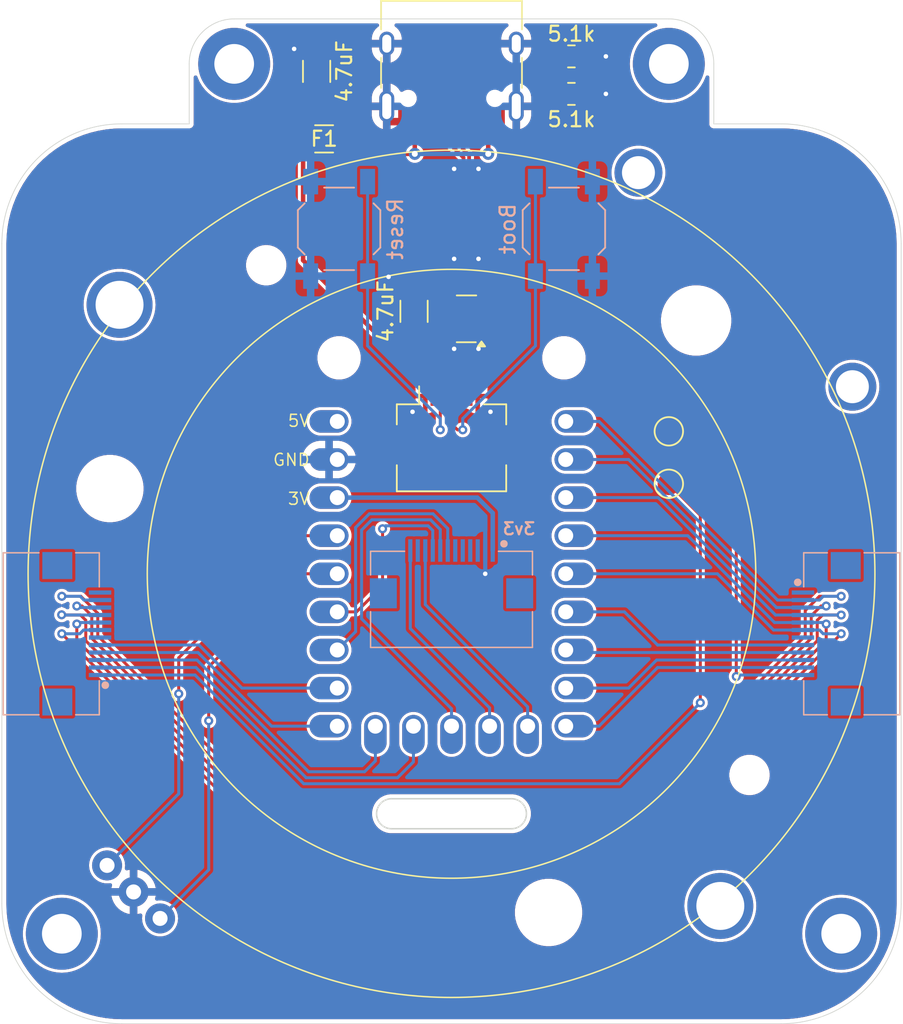
<source format=kicad_pcb>
(kicad_pcb (version 20240108) (generator "pcbnew") (generator_version "8.0")
  (layers (0 "F.Cu" signal) (31 "B.Cu" signal) (34 "B.Paste" user) (35 "F.Paste" user) (36 "B.SilkS" user "B.Silkscreen") (37 "F.SilkS" user "F.Silkscreen") (38 "B.Mask" user) (39 "F.Mask" user) (44 "Edge.Cuts" user))
  (net 0 "")
  (net 1 "+3V3")
  (net 2 "+5V")
  (net 3 "GND")
  (net 4 "VBUS")
  (net 5 "Net-(J1-CC2)")
  (net 7 "D-")
  (net 8 "Net-(J1-CC1)")
  (net 10 "D+")
  (net 11 "col1-mcu")
  (net 12 "col4-mcu")
  (net 13 "row0-mcu")
  (net 14 "col2-mcu")
  (net 15 "col0-mcu")
  (net 16 "row3-mcu")
  (net 17 "row1-mcu")
  (net 18 "row2-mcu")
  (net 19 "col3-mcu")
  (net 20 "row4-mcu")
  (net 21 "row5-mcu")
  (net 22 "row6-mcu")
  (net 23 "row7-mcu")
  (net 24 "BOOT")
  (net 25 "RUN")
  (net 26 "free-conn1")
  (net 28 "ENCB")
  (net 29 "ENCA")
  (net 31 "free-conn2")
  (net 32 "SPI_CLK")
  (net 37 "SPI_MOSI")
  (net 40 "SPI_CS")
  (net 43 "DISP_BLK")
  (net 44 "DISP_DC")
  (footprint "zzkeeb:RingEncoder_PER561P115N0015" (layer "F.Cu") (at 151.8 99.9 -45)
    (property "Reference" "SW1" (hide yes))
    (property "Value" "RotaryEncoder" (hide yes))
    (fp_circle (center 0 0) (end 20.299999 0) (stroke (width 0.1)) (fill none) (layer "F.SilkS"))
    (fp_circle (center 0 0) (end 28.250001 0) (stroke (width 0.1)) (fill none) (layer "F.SilkS"))
    (pad "" np_thru_hole circle (at -23.289742 -5.8064 315) (size 2.2 2.2) (drill 2.2) (layers "F&B.Cu" "*.Mask"))
    (pad "" np_thru_hole circle (at -20.134933 12.098289 315) (size 4 4) (drill 4) (layers "F&B.Cu" "*.Mask"))
    (pad "" np_thru_hole circle (at -0.399847 -23.484645 315) (size 4.2 4.2) (drill 4.2) (layers "F&B.Cu" "*.Mask"))
    (pad "" np_thru_hole circle (at 20.548742 11.390354 315) (size 4 4) (drill 4) (layers "F&B.Cu" "*.Mask"))
    (pad "" np_thru_hole circle (at 23.544338 -4.573199 315) (size 2.2 2.2) (drill 2.2) (layers "F&B.Cu" "*.Mask"))
    (pad "A" thru_hole circle (at -2.5 29.999999 315) (size 2 2) (drill 1) (layers "*.Cu" "*.Mask") (net 29 "ENCA"))
    (pad "B" thru_hole circle (at 2.5 29.999999 315) (size 2 2) (drill 1) (layers "*.Cu" "*.Mask") (net 28 "ENCB"))
    (pad "C" thru_hole circle (at 0 29.999999 315) (size 2 2) (drill 1) (layers "*.Cu" "*.Mask") (net 3 "GND"))
    (pad "MP" thru_hole circle (at -28.343874 2.979061 315) (size 4.4 4.4) (drill oval 3.2) (layers "*.Cu" "*.Mask"))
    (pad "MP" thru_hole circle (at -10.094278 -27.7333 315) (size 3.2 3.2) (drill 2.2) (layers "*.Cu" "*.Mask"))
    (pad "MP" thru_hole circle (at 10.091931 -27.732996 315) (size 3.2 3.2) (drill 2.2) (layers "*.Cu" "*.Mask"))
    (pad "MP" thru_hole circle (at 28.343874 2.979061 315) (size 4.4 4.4) (drill oval 3.2) (layers "*.Cu" "*.Mask"))
  )
  (footprint "Resistor_SMD:R_0805_2012Metric" (layer "F.Cu") (at 159.8 67.9 180)
    (property "Reference" "R1")
    (property "Value" "5.1k" (at 0 -1.7 0) (layer "F.SilkS"))
    (fp_line (start -0.227064 0.735) (end 0.227064 0.735) (stroke (width 0.12)) (layer "F.SilkS"))
    (fp_line (start -0.227064 -0.735) (end 0.227064 -0.735) (stroke (width 0.12)) (layer "F.SilkS"))
    (pad "1" smd roundrect (at -0.9125 0 180) (size 1.025 1.4) (layers "F.Cu" "F.Paste" "F.Mask") (roundrect_rratio 0.243902) (net 3 "GND"))
    (pad "2" smd roundrect (at 0.9125 0 180) (size 1.025 1.4) (layers "F.Cu" "F.Paste" "F.Mask") (roundrect_rratio 0.243902) (net 8 "Net-(J1-CC1)"))
  )
  (footprint "zzkeeb:Hole_M2" (layer "F.Cu") (at 144.3 85.5)
    (property "Reference" "H5" (hide yes))
    (property "Value" "MountingHole" (hide yes))
    (pad "" np_thru_hole circle (at 0 0) (size 2.4 2.4) (drill 2.4) (layers "F&B.Cu" "*.Mask"))
  )
  (footprint "Capacitor_SMD:C_1206_3216Metric" (layer "F.Cu") (at 149.3 82.4 90)
    (property "Reference" "C2" (hide yes))
    (property "Value" "4.7uF" (at 0 -1.9 90) (layer "F.SilkS"))
    (fp_line (start -0.711252 -0.91) (end 0.711252 -0.91) (stroke (width 0.12)) (layer "F.SilkS"))
    (fp_line (start -0.711252 0.91) (end 0.711252 0.91) (stroke (width 0.12)) (layer "F.SilkS"))
    (pad "1" smd roundrect (at -1.475 0 90) (size 1.15 1.8) (layers "F.Cu" "F.Paste" "F.Mask") (roundrect_rratio 0.217391) (net 2 "+5V"))
    (pad "2" smd roundrect (at 1.475 0 90) (size 1.15 1.8) (layers "F.Cu" "F.Paste" "F.Mask") (roundrect_rratio 0.217391) (net 3 "GND"))
  )
  (footprint "Package_TO_SOT_SMD:SOT-143" (layer "F.Cu") (at 152.8 82.9 180)
    (property "Reference" "U2")
    (property "Value" "PRTR5V0U2X")
    (fp_line (start 0.65 -1.56) (end -0.62 -1.56) (stroke (width 0.12)) (layer "F.SilkS"))
    (fp_line (start -0.65 1.56) (end 0.65 1.56) (stroke (width 0.12)) (layer "F.SilkS"))
    (fp_poly (pts (xy -1 -1.51) (xy -1.24 -1.84) (xy -0.76 -1.84) (xy -1 -1.51)) (stroke (width 0.12)) (fill solid) (layer "F.SilkS"))
    (pad "1" smd roundrect (at -1 -0.75 180) (size 0.7 1) (layers "F.Cu" "F.Paste" "F.Mask") (net 3 "GND"))
    (pad "2" smd roundrect (at -1 0.95 180) (size 0.7 0.6) (layers "F.Cu" "F.Paste" "F.Mask") (net 7 "D-"))
    (pad "3" smd roundrect (at 1 0.95 180) (size 0.7 0.6) (layers "F.Cu" "F.Paste" "F.Mask") (net 10 "D+"))
    (pad "4" smd roundrect (at 1 -0.95 180) (size 0.7 0.6) (layers "F.Cu" "F.Paste" "F.Mask") (net 2 "+5V"))
  )
  (footprint "zzkeeb:Hole_M2-solder-nut-2.5" (layer "F.Cu") (at 125.8 123.9)
    (property "Reference" "H3" (hide yes))
    (property "Value" "MountingHole" (hide yes))
    (pad "" thru_hole circle (at 0 0) (size 4.8 4.8) (drill 2.65) (layers "*.Cu" "F.Mask"))
  )
  (footprint "TestPoint:TestPoint_Pad_D1.5mm" (layer "F.Cu") (at 166.3 93.9)
    (property "Reference" "TP2" (hide yes))
    (property "Value" "TestPoint")
    (fp_circle (center 0 0) (end 0 0.95) (stroke (width 0.12)) (fill none) (layer "F.SilkS"))
    (pad "1" smd circle (at 0 0) (size 1.5 1.5) (layers "F.Cu" "F.Mask") (net 31 "free-conn2"))
  )
  (footprint "Connector_FFC-FPC:Hirose_FH12-8S-0.5SH_1x08-1MP_P0.50mm_Horizontal" (layer "F.Cu") (at 151.8 89.9)
    (property "Reference" "J5" (hide yes))
    (property "Value" "Conn_01x08_Pin")
    (fp_line (start -3.65 -1.3) (end -3.65 0.04) (stroke (width 0.12)) (layer "F.SilkS"))
    (fp_line (start -3.65 2.76) (end -3.65 4.5) (stroke (width 0.12)) (layer "F.SilkS"))
    (fp_line (start -3.65 4.5) (end 3.65 4.5) (stroke (width 0.12)) (layer "F.SilkS"))
    (fp_line (start -2.16 -1.3) (end -3.65 -1.3) (stroke (width 0.12)) (layer "F.SilkS"))
    (fp_line (start -2.16 -1.3) (end -2.16 -2.5) (stroke (width 0.12)) (layer "F.SilkS"))
    (fp_line (start 2.16 -1.3) (end 3.65 -1.3) (stroke (width 0.12)) (layer "F.SilkS"))
    (fp_line (start 3.65 -1.3) (end 3.65 0.04) (stroke (width 0.12)) (layer "F.SilkS"))
    (fp_line (start 3.65 4.5) (end 3.65 2.76) (stroke (width 0.12)) (layer "F.SilkS"))
    (pad "1" smd rect (at -1.75 -1.85) (size 0.3 1.3) (layers "F.Cu" "F.Paste" "F.Mask") (net 3 "GND"))
    (pad "2" smd rect (at -1.25 -1.85) (size 0.3 1.3) (layers "F.Cu" "F.Paste" "F.Mask") (net 2 "+5V"))
    (pad "3" smd rect (at -0.75 -1.85) (size 0.3 1.3) (layers "F.Cu" "F.Paste" "F.Mask") (net 25 "RUN"))
    (pad "4" smd rect (at -0.25 -1.85) (size 0.3 1.3) (layers "F.Cu" "F.Paste" "F.Mask") (net 24 "BOOT"))
    (pad "5" smd rect (at 0.25 -1.85) (size 0.3 1.3) (layers "F.Cu" "F.Paste" "F.Mask") (net 3 "GND"))
    (pad "6" smd rect (at 0.75 -1.85) (size 0.3 1.3) (layers "F.Cu" "F.Paste" "F.Mask") (net 10 "D+"))
    (pad "7" smd rect (at 1.25 -1.85) (size 0.3 1.3) (layers "F.Cu" "F.Paste" "F.Mask") (net 7 "D-"))
    (pad "8" smd rect (at 1.75 -1.85) (size 0.3 1.3) (layers "F.Cu" "F.Paste" "F.Mask") (net 3 "GND"))
    (pad "MP" smd rect (at -3.65 1.4) (size 1.8 2.2) (layers "F.Cu" "F.Paste" "F.Mask"))
    (pad "MP" smd rect (at 3.65 1.4) (size 1.8 2.2) (layers "F.Cu" "F.Paste" "F.Mask"))
  )
  (footprint "zzkeeb:Hole_M2" (layer "F.Cu") (at 159.3 85.5)
    (property "Reference" "H6" (hide yes))
    (property "Value" "MountingHole" (hide yes))
    (pad "" np_thru_hole circle (at 0 0) (size 2.4 2.4) (drill 2.4) (layers "F&B.Cu" "*.Mask"))
  )
  (footprint "Fuse:Fuse_1206_3216Metric" (layer "F.Cu") (at 143.3 70.9 180)
    (property "Reference" "F1" (at 0 0 180) (layer "F.SilkS"))
    (property "Value" "1A")
    (fp_line (start -0.602064 0.91) (end 0.602064 0.91) (stroke (width 0.12)) (layer "F.SilkS"))
    (fp_line (start -0.602064 -0.91) (end 0.602064 -0.91) (stroke (width 0.12)) (layer "F.SilkS"))
    (pad "1" smd roundrect (at -1.4 0 180) (size 1.25 1.75) (layers "F.Cu" "F.Paste" "F.Mask") (roundrect_rratio 0.2) (net 4 "VBUS"))
    (pad "2" smd roundrect (at 1.4 0 180) (size 1.25 1.75) (layers "F.Cu" "F.Paste" "F.Mask") (roundrect_rratio 0.2) (net 2 "+5V"))
  )
  (footprint "Resistor_SMD:R_0805_2012Metric" (layer "F.Cu") (at 159.8 65.4)
    (property "Reference" "R2")
    (property "Value" "5.1k" (at 0 -1.5 0) (layer "F.SilkS"))
    (fp_line (start -0.227064 -0.735) (end 0.227064 -0.735) (stroke (width 0.12)) (layer "F.SilkS"))
    (fp_line (start -0.227064 0.735) (end 0.227064 0.735) (stroke (width 0.12)) (layer "F.SilkS"))
    (pad "1" smd roundrect (at -0.9125 0) (size 1.025 1.4) (layers "F.Cu" "F.Paste" "F.Mask") (roundrect_rratio 0.243902) (net 5 "Net-(J1-CC2)"))
    (pad "2" smd roundrect (at 0.9125 0) (size 1.025 1.4) (layers "F.Cu" "F.Paste" "F.Mask") (roundrect_rratio 0.243902) (net 3 "GND"))
  )
  (footprint "zzkeeb:MCU_rp2040-tiny-tht" (layer "F.Cu") (at 151.8 99.9)
    (property "Reference" "U1" (hide yes))
    (property "Value" "MCU_rp2040-zero" (hide yes))
    (fp_text user "3V" (at -9.4 -5 0) (layer "F.SilkS") (effects (font (size 0.8 0.8) (thickness 0.1)) (justify right)))
    (fp_text user "GND" (at -9.4 -7.6 0) (layer "F.SilkS") (effects (font (size 0.8 0.8) (thickness 0.1)) (justify right)))
    (fp_text user "5V" (at -9.4 -10.2 0) (layer "F.SilkS") (effects (font (size 0.8 0.8) (thickness 0.1)) (justify right)))
    (pad "1" thru_hole oval (at 7.62 -10.16 180) (size 2.6 1.5) (drill 1 (offset -0.55 0)) (layers "*.Cu" "*.Mask") (net 12 "col4-mcu"))
    (pad "2" thru_hole oval (at 7.62 -7.62 180) (size 2.6 1.5) (drill 1 (offset -0.55 0)) (layers "*.Cu" "*.Mask") (net 19 "col3-mcu"))
    (pad "3" thru_hole oval (at 7.62 -5.08 180) (size 2.6 1.5) (drill 1 (offset -0.55 0)) (layers "*.Cu" "*.Mask") (net 14 "col2-mcu"))
    (pad "4" thru_hole oval (at 7.62 -2.54 180) (size 2.6 1.5) (drill 1 (offset -0.55 0)) (layers "*.Cu" "*.Mask") (net 11 "col1-mcu"))
    (pad "5" thru_hole oval (at 7.62 0 180) (size 2.6 1.5) (drill 1 (offset -0.55 0)) (layers "*.Cu" "*.Mask") (net 15 "col0-mcu"))
    (pad "6" thru_hole oval (at 7.62 2.54 180) (size 2.6 1.5) (drill 1 (offset -0.55 0)) (layers "*.Cu" "*.Mask") (net 20 "row4-mcu"))
    (pad "7" thru_hole oval (at 7.62 5.08 180) (size 2.6 1.5) (drill 1 (offset -0.55 0)) (layers "*.Cu" "*.Mask") (net 21 "row5-mcu"))
    (pad "8" thru_hole oval (at 7.62 7.62 180) (size 2.6 1.5) (drill 1 (offset -0.55 0)) (layers "*.Cu" "*.Mask") (net 22 "row6-mcu"))
    (pad "9" thru_hole oval (at 7.62 10.16 180) (size 2.6 1.5) (drill 1 (offset -0.55 0)) (layers "*.Cu" "*.Mask") (net 23 "row7-mcu"))
    (pad "10" thru_hole oval (at 5.08 10.16 90) (size 2.6 1.5) (drill 1 (offset -0.55 0)) (layers "*.Cu" "*.Mask") (net 40 "SPI_CS"))
    (pad "11" thru_hole oval (at 2.54 10.16 90) (size 2.6 1.5) (drill 1 (offset -0.55 0)) (layers "*.Cu" "*.Mask") (net 32 "SPI_CLK"))
    (pad "12" thru_hole oval (at 0 10.16 90) (size 2.6 1.5) (drill 1 (offset -0.55 0)) (layers "*.Cu" "*.Mask") (net 37 "SPI_MOSI"))
    (pad "13" thru_hole oval (at -2.54 10.16 90) (size 2.6 1.5) (drill 1 (offset -0.55 0)) (layers "*.Cu" "*.Mask") (net 13 "row0-mcu"))
    (pad "14" thru_hole oval (at -5.08 10.16 90) (size 2.6 1.5) (drill 1 (offset -0.55 0)) (layers "*.Cu" "*.Mask") (net 17 "row1-mcu"))
    (pad "15" thru_hole oval (at -7.62 10.16) (size 2.6 1.5) (drill 1 (offset -0.55 0)) (layers "*.Cu" "*.Mask") (net 18 "row2-mcu"))
    (pad "16" thru_hole oval (at -7.62 7.62) (size 2.6 1.5) (drill 1 (offset -0.55 0)) (layers "*.Cu" "*.Mask") (net 16 "row3-mcu"))
    (pad "17" thru_hole oval (at -7.62 5.08) (size 2.6 1.5) (drill 1 (offset -0.55 0)) (layers "*.Cu" "*.Mask") (net 44 "DISP_DC"))
    (pad "18" thru_hole oval (at -7.62 2.54) (size 2.6 1.5) (drill 1 (offset -0.55 0)) (layers "*.Cu" "*.Mask") (net 43 "DISP_BLK"))
    (pad "19" thru_hole oval (at -7.62 0) (size 2.6 1.5) (drill 1 (offset -0.55 0)) (layers "*.Cu" "*.Mask") (net 28 "ENCB"))
    (pad "20" thru_hole oval (at -7.62 -2.54) (size 2.6 1.5) (drill 1 (offset -0.55 0)) (layers "*.Cu" "*.Mask") (net 29 "ENCA"))
    (pad "21" thru_hole oval (at -7.62 -5.08) (size 2.6 1.5) (drill 1 (offset -0.55 0)) (layers "*.Cu" "*.Mask") (net 1 "+3V3"))
    (pad "22" thru_hole oval (at -7.62 -7.62) (size 2.6 1.5) (drill 1 (offset -0.55 0)) (layers "*.Cu" "*.Mask") (net 3 "GND"))
    (pad "23" thru_hole oval (at -7.62 -10.16) (size 2.6 1.5) (drill 1 (offset -0.55 0)) (layers "*.Cu" "*.Mask"))
  )
  (footprint "zzkeeb:Hole_M2-solder-nut-2.5" (layer "F.Cu") (at 137.3 65.9)
    (property "Reference" "H2" (hide yes))
    (property "Value" "MountingHole" (hide yes))
    (pad "" thru_hole circle (at 0 0) (size 4.8 4.8) (drill 2.65) (layers "*.Cu" "F.Mask"))
  )
  (footprint "zzkeeb:Hole_M2-solder-nut-2.5" (layer "F.Cu") (at 177.8 123.9)
    (property "Reference" "H4" (hide yes))
    (property "Value" "MountingHole" (hide yes))
    (pad "" thru_hole circle (at 0 0) (size 4.8 4.8) (drill 2.65) (layers "*.Cu" "F.Mask"))
  )
  (footprint "zzkeeb:Hole_M2-solder-nut-2.5" (layer "F.Cu") (at 166.3 65.9)
    (property "Reference" "H1" (hide yes))
    (property "Value" "MountingHole" (hide yes))
    (pad "" thru_hole circle (at 0 0) (size 4.8 4.8) (drill 2.65) (layers "*.Cu" "F.Mask"))
  )
  (footprint "Capacitor_SMD:C_1206_3216Metric" (layer "F.Cu") (at 142.8 66.4 90)
    (property "Reference" "C1" (hide yes))
    (property "Value" "4.7uF" (at 0 1.85 90) (layer "F.SilkS"))
    (fp_line (start -0.711252 -0.91) (end 0.711252 -0.91) (stroke (width 0.12)) (layer "F.SilkS"))
    (fp_line (start -0.711252 0.91) (end 0.711252 0.91) (stroke (width 0.12)) (layer "F.SilkS"))
    (pad "1" smd roundrect (at -1.475 0 90) (size 1.15 1.8) (layers "F.Cu" "F.Paste" "F.Mask") (roundrect_rratio 0.217391) (net 2 "+5V"))
    (pad "2" smd roundrect (at 1.475 0 90) (size 1.15 1.8) (layers "F.Cu" "F.Paste" "F.Mask") (roundrect_rratio 0.217391) (net 3 "GND"))
  )
  (footprint "TestPoint:TestPoint_Pad_D1.5mm" (layer "F.Cu") (at 166.3 90.4)
    (property "Reference" "TP1" (hide yes))
    (property "Value" "TestPoint")
    (fp_circle (center 0 0) (end 0 0.95) (stroke (width 0.12)) (fill none) (layer "F.SilkS"))
    (pad "1" smd circle (at 0 0) (size 1.5 1.5) (layers "F.Cu" "F.Mask") (net 26 "free-conn1"))
  )
  (footprint "zzkeeb:Connector_USB-C-31-M-12" (layer "F.Cu") (at 151.8 61.9 180)
    (property "Reference" "J1" (hide yes))
    (property "Value" "USB_C_Receptacle_USB2.0" (hide yes))
    (fp_line (start 4.7 -1.7) (end 4.7 0.2) (stroke (width 0.12)) (layer "F.SilkS"))
    (fp_line (start 4.7 -5.6) (end 4.7 -3.6) (stroke (width 0.12)) (layer "F.SilkS"))
    (fp_line (start -4.7 0.2) (end 4.7 0.2) (stroke (width 0.12)) (layer "F.SilkS"))
    (fp_line (start -4.7 -1.7) (end -4.7 0.2) (stroke (width 0.12)) (layer "F.SilkS"))
    (fp_line (start -4.7 -5.6) (end -4.7 -3.6) (stroke (width 0.12)) (layer "F.SilkS"))
    (pad "" np_thru_hole circle (at -2.89 -6.3 180) (size 0.65 0.65) (drill 0.65) (layers "*.Cu" "*.Mask"))
    (pad "" np_thru_hole circle (at 2.89 -6.3 180) (size 0.65 0.65) (drill 0.65) (layers "*.Cu" "*.Mask"))
    (pad "A1" smd rect (at -3.25 -7.85 180) (size 0.6 1.6) (layers "F.Cu" "F.Paste" "F.Mask") (net 3 "GND"))
    (pad "A4" smd rect (at -2.45 -7.85 180) (size 0.6 1.6) (layers "F.Cu" "F.Paste" "F.Mask") (net 4 "VBUS"))
    (pad "A5" smd rect (at -1.25 -7.85 180) (size 0.3 1.6) (layers "F.Cu" "F.Paste" "F.Mask") (net 8 "Net-(J1-CC1)"))
    (pad "A6" smd rect (at -0.25 -7.85 180) (size 0.3 1.6) (layers "F.Cu" "F.Paste" "F.Mask") (net 10 "D+"))
    (pad "A7" smd rect (at 0.25 -7.85 180) (size 0.3 1.6) (layers "F.Cu" "F.Paste" "F.Mask") (net 7 "D-"))
    (pad "A8" smd rect (at 1.25 -7.85 180) (size 0.3 1.6) (layers "F.Cu" "F.Paste" "F.Mask"))
    (pad "A9" smd rect (at 2.45 -7.85 180) (size 0.6 1.6) (layers "F.Cu" "F.Paste" "F.Mask") (net 4 "VBUS"))
    (pad "A12" smd rect (at 3.25 -7.85 180) (size 0.6 1.6) (layers "F.Cu" "F.Paste" "F.Mask") (net 3 "GND"))
    (pad "B1" smd rect (at 3.25 -7.85 180) (size 0.6 1.6) (layers "F.Cu" "F.Paste" "F.Mask") (net 3 "GND"))
    (pad "B4" smd rect (at 2.45 -7.85 180) (size 0.6 1.6) (layers "F.Cu" "F.Paste" "F.Mask") (net 4 "VBUS"))
    (pad "B5" smd rect (at 1.75 -7.85 180) (size 0.3 1.6) (layers "F.Cu" "F.Paste" "F.Mask") (net 5 "Net-(J1-CC2)"))
    (pad "B6" smd rect (at 0.75 -7.85 180) (size 0.3 1.6) (layers "F.Cu" "F.Paste" "F.Mask") (net 10 "D+"))
    (pad "B7" smd rect (at -0.75 -7.85 180) (size 0.3 1.6) (layers "F.Cu" "F.Paste" "F.Mask") (net 7 "D-"))
    (pad "B8" smd rect (at -1.75 -7.85 180) (size 0.3 1.6) (layers "F.Cu" "F.Paste" "F.Mask"))
    (pad "B9" smd rect (at -2.45 -7.85 180) (size 0.6 1.6) (layers "F.Cu" "F.Paste" "F.Mask") (net 4 "VBUS"))
    (pad "B12" smd rect (at -3.25 -7.85 180) (size 0.6 1.6) (layers "F.Cu" "F.Paste" "F.Mask") (net 3 "GND"))
    (pad "S1" thru_hole oval (at -4.32 -6.83 180) (size 1 2.1) (drill oval 0.6 1.7) (layers "*.Cu" "*.Mask") (net 3 "GND"))
    (pad "S1" thru_hole oval (at -4.32 -2.65 180) (size 1 1.6) (drill oval 0.6 1.2) (layers "*.Cu" "*.Mask") (net 3 "GND"))
    (pad "S1" thru_hole oval (at 4.32 -6.83 180) (size 1 2.1) (drill oval 0.6 1.7) (layers "*.Cu" "*.Mask") (net 3 "GND"))
    (pad "S1" thru_hole oval (at 4.32 -2.65 180) (size 1 1.6) (drill oval 0.6 1.2) (layers "*.Cu" "*.Mask") (net 3 "GND"))
  )
  (footprint "zzkeeb:Connector_VIK-horizontal-keyboard" (layer "B.Cu") (at 151.8 99.9 180)
    (property "Reference" "J4")
    (property "Value" "Conn_01x12_Socket" (hide yes))
    (fp_line (start 5.4 1.5) (end 5.4 -0.075) (stroke (width 0.1)) (layer "B.SilkS"))
    (fp_line (start 5.4 -2.526) (end 5.4 -4.909) (stroke (width 0.1)) (layer "B.SilkS"))
    (fp_line (start 3.131 1.5) (end 5.4 1.5) (stroke (width 0.1)) (layer "B.SilkS"))
    (fp_line (start -3.131 1.5) (end -5.4 1.5) (stroke (width 0.1)) (layer "B.SilkS"))
    (fp_line (start -5.4 1.5) (end -5.4 -0.075) (stroke (width 0.1)) (layer "B.SilkS"))
    (fp_line (start -5.4 -2.526) (end -5.4 -4.909) (stroke (width 0.1)) (layer "B.SilkS"))
    (fp_line (start -5.4 -4.909) (end 5.4 -4.909) (stroke (width 0.1)) (layer "B.SilkS"))
    (fp_circle (center -3.5 2) (end -3.375 2) (stroke (width 0.25)) (fill none) (layer "B.SilkS"))
    (fp_text user "3v3" (at -4.5 3 0) (layer "B.SilkS") (effects (font (size 0.8 0.8)) (justify mirror)))
    (pad "1" smd rect (at -2.75 1.55 180) (size 0.28 1.5) (layers "B.Cu" "B.Paste" "B.Mask") (net 1 "+3V3"))
    (pad "2" smd rect (at -2.25 1.55 180) (size 0.28 1.5) (layers "B.Cu" "B.Paste" "B.Mask") (net 3 "GND"))
    (pad "3" smd rect (at -1.75 1.55 180) (size 0.28 1.5) (layers "B.Cu" "B.Paste" "B.Mask"))
    (pad "4" smd rect (at -1.25 1.55 180) (size 0.28 1.5) (layers "B.Cu" "B.Paste" "B.Mask"))
    (pad "5" smd rect (at -0.75 1.55 180) (size 0.28 1.5) (layers "B.Cu" "B.Paste" "B.Mask"))
    (pad "6" smd rect (at -0.25 1.55 180) (size 0.28 1.5) (layers "B.Cu" "B.Paste" "B.Mask"))
    (pad "7" smd rect (at 0.25 1.55 180) (size 0.28 1.5) (layers "B.Cu" "B.Paste" "B.Mask") (net 44 "DISP_DC"))
    (pad "8" smd rect (at 0.75 1.55 180) (size 0.28 1.5) (layers "B.Cu" "B.Paste" "B.Mask") (net 37 "SPI_MOSI"))
    (pad "9" smd rect (at 1.25 1.55 180) (size 0.28 1.5) (layers "B.Cu" "B.Paste" "B.Mask") (net 43 "DISP_BLK"))
    (pad "10" smd rect (at 1.75 1.55 180) (size 0.28 1.5) (layers "B.Cu" "B.Paste" "B.Mask") (net 40 "SPI_CS"))
    (pad "11" smd rect (at 2.25 1.55 180) (size 0.28 1.5) (layers "B.Cu" "B.Paste" "B.Mask"))
    (pad "12" smd rect (at 2.75 1.55 180) (size 0.28 1.5) (layers "B.Cu" "B.Paste" "B.Mask") (net 32 "SPI_CLK"))
    (pad "MP" smd rect (at -4.55 -1.3 180) (size 1.8 2) (layers "B.Cu" "B.Paste" "B.Mask"))
    (pad "MP" smd rect (at 4.55 -1.3 180) (size 1.8 2) (layers "B.Cu" "B.Paste" "B.Mask"))
  )
  (footprint "Button_Switch_SMD:SW_SPST_TL3342" (layer "B.Cu") (at 144.3 76.9 -90)
    (property "Reference" "RUN1" (hide yes))
    (property "Value" "Reset" (at 0 -3.75 90) (layer "B.SilkS") (effects (justify mirror)))
    (fp_line (start -1.25 2.75) (end -1.7 2.3) (stroke (width 0.12)) (layer "B.SilkS"))
    (fp_line (start 1.25 2.75) (end -1.25 2.75) (stroke (width 0.12)) (layer "B.SilkS"))
    (fp_line (start 1.25 2.75) (end 1.7 2.3) (stroke (width 0.12)) (layer "B.SilkS"))
    (fp_line (start -2.75 -1) (end -2.75 1) (stroke (width 0.12)) (layer "B.SilkS"))
    (fp_line (start 2.75 -1) (end 2.75 1) (stroke (width 0.12)) (layer "B.SilkS"))
    (fp_line (start -1.25 -2.75) (end -1.7 -2.3) (stroke (width 0.12)) (layer "B.SilkS"))
    (fp_line (start 1.25 -2.75) (end 1.7 -2.3) (stroke (width 0.12)) (layer "B.SilkS"))
    (fp_line (start 1.25 -2.75) (end -1.25 -2.75) (stroke (width 0.12)) (layer "B.SilkS"))
    (pad "1" smd rect (at -3.15 1.9 270) (size 1.7 1) (layers "B.Cu" "B.Paste" "B.Mask") (net 3 "GND"))
    (pad "1" smd rect (at 3.15 1.9 270) (size 1.7 1) (layers "B.Cu" "B.Paste" "B.Mask") (net 3 "GND"))
    (pad "2" smd rect (at -3.15 -1.9 270) (size 1.7 1) (layers "B.Cu" "B.Paste" "B.Mask") (net 25 "RUN"))
    (pad "2" smd rect (at 3.15 -1.9 270) (size 1.7 1) (layers "B.Cu" "B.Paste" "B.Mask") (net 25 "RUN"))
  )
  (footprint "Button_Switch_SMD:SW_SPST_TL3342" (layer "B.Cu") (at 159.3 76.9 90)
    (property "Reference" "BOOT1" (hide yes))
    (property "Value" "Boot" (at 0 -3.75 -90) (layer "B.SilkS") (effects (justify mirror)))
    (fp_line (start 1.25 -2.75) (end -1.25 -2.75) (stroke (width 0.12)) (layer "B.SilkS"))
    (fp_line (start 1.25 -2.75) (end 1.7 -2.3) (stroke (width 0.12)) (layer "B.SilkS"))
    (fp_line (start -1.25 -2.75) (end -1.7 -2.3) (stroke (width 0.12)) (layer "B.SilkS"))
    (fp_line (start 2.75 -1) (end 2.75 1) (stroke (width 0.12)) (layer "B.SilkS"))
    (fp_line (start -2.75 -1) (end -2.75 1) (stroke (width 0.12)) (layer "B.SilkS"))
    (fp_line (start 1.25 2.75) (end 1.7 2.3) (stroke (width 0.12)) (layer "B.SilkS"))
    (fp_line (start 1.25 2.75) (end -1.25 2.75) (stroke (width 0.12)) (layer "B.SilkS"))
    (fp_line (start -1.25 2.75) (end -1.7 2.3) (stroke (width 0.12)) (layer "B.SilkS"))
    (pad "1" smd rect (at -3.15 1.9 90) (size 1.7 1) (layers "B.Cu" "B.Paste" "B.Mask") (net 3 "GND"))
    (pad "1" smd rect (at 3.15 1.9 90) (size 1.7 1) (layers "B.Cu" "B.Paste" "B.Mask") (net 3 "GND"))
    (pad "2" smd rect (at -3.15 -1.9 90) (size 1.7 1) (layers "B.Cu" "B.Paste" "B.Mask") (net 24 "BOOT"))
    (pad "2" smd rect (at 3.15 -1.9 90) (size 1.7 1) (layers "B.Cu" "B.Paste" "B.Mask") (net 24 "BOOT"))
  )
  (footprint "zzkeeb:Connector_FFC-12pin-0.5mm-horizontal" (layer "B.Cu") (at 126.8 103.9 90)
    (property "Reference" "J3")
    (property "Value" "Conn_01x12_Socket" (hide yes))
    (fp_line (start -5.4 -4.909) (end 5.4 -4.909) (stroke (width 0.1)) (layer "B.SilkS"))
    (fp_line (start 5.4 -2.526) (end 5.4 -4.909) (stroke (width 0.1)) (layer "B.SilkS"))
    (fp_line (start -5.4 -2.526) (end -5.4 -4.909) (stroke (width 0.1)) (layer "B.SilkS"))
    (fp_line (start 5.4 1.5) (end 5.4 -0.075) (stroke (width 0.1)) (layer "B.SilkS"))
    (fp_line (start 3.131 1.5) (end 5.4 1.5) (stroke (width 0.1)) (layer "B.SilkS"))
    (fp_line (start -3.131 1.5) (end -5.4 1.5) (stroke (width 0.1)) (layer "B.SilkS"))
    (fp_line (start -5.4 1.5) (end -5.4 -0.075) (stroke (width 0.1)) (layer "B.SilkS"))
    (fp_circle (center -3.429 1.9) (end -3.302 1.9) (stroke (width 0.254)) (fill none) (layer "B.SilkS"))
    (pad "1" smd rect (at -2.75 1.55 90) (size 0.28 1.5) (layers "B.Cu" "B.Paste" "B.Mask") (net 31 "free-conn2"))
    (pad "2" smd rect (at -2.25 1.55 90) (size 0.28 1.5) (layers "B.Cu" "B.Paste" "B.Mask") (net 13 "row0-mcu"))
    (pad "3" smd rect (at -1.75 1.55 90) (size 0.28 1.5) (layers "B.Cu" "B.Paste" "B.Mask") (net 17 "row1-mcu"))
    (pad "4" smd rect (at -1.25 1.55 90) (size 0.28 1.5) (layers "B.Cu" "B.Paste" "B.Mask") (net 18 "row2-mcu"))
    (pad "5" smd rect (at -0.75 1.55 90) (size 0.28 1.5) (layers "B.Cu" "B.Paste" "B.Mask") (net 16 "row3-mcu"))
    (pad "6" smd rect (at -0.25 1.55 90) (size 0.28 1.5) (layers "B.Cu" "B.Paste" "B.Mask"))
    (pad "7" smd rect (at 0.25 1.55 90) (size 0.28 1.5) (layers "B.Cu" "B.Paste" "B.Mask") (net 15 "col0-mcu"))
    (pad "8" smd rect (at 0.75 1.55 90) (size 0.28 1.5) (layers "B.Cu" "B.Paste" "B.Mask") (net 11 "col1-mcu"))
    (pad "9" smd rect (at 1.25 1.55 90) (size 0.28 1.5) (layers "B.Cu" "B.Paste" "B.Mask") (net 14 "col2-mcu"))
    (pad "10" smd rect (at 1.75 1.55 90) (size 0.28 1.5) (layers "B.Cu" "B.Paste" "B.Mask") (net 19 "col3-mcu"))
    (pad "11" smd rect (at 2.25 1.55 90) (size 0.28 1.5) (layers "B.Cu" "B.Paste" "B.Mask") (net 12 "col4-mcu"))
    (pad "12" smd rect (at 2.75 1.55 90) (size 0.28 1.5) (layers "B.Cu" "B.Paste" "B.Mask"))
    (pad "MP" smd rect (at -4.55 -1.3 90) (size 1.8 2) (layers "B.Cu" "B.Paste" "B.Mask"))
    (pad "MP" smd rect (at 4.55 -1.3 90) (size 1.8 2) (layers "B.Cu" "B.Paste" "B.Mask"))
  )
  (footprint "zzkeeb:Connector_FFC-12pin-0.5mm-horizontal" (layer "B.Cu") (at 176.8 103.9 -90)
    (property "Reference" "J2")
    (property "Value" "Conn_01x12_Socket" (hide yes))
    (fp_line (start -5.4 1.5) (end -5.4 -0.075) (stroke (width 0.1)) (layer "B.SilkS"))
    (fp_line (start -3.131 1.5) (end -5.4 1.5) (stroke (width 0.1)) (layer "B.SilkS"))
    (fp_line (start 3.131 1.5) (end 5.4 1.5) (stroke (width 0.1)) (layer "B.SilkS"))
    (fp_line (start 5.4 1.5) (end 5.4 -0.075) (stroke (width 0.1)) (layer "B.SilkS"))
    (fp_line (start -5.4 -2.526) (end -5.4 -4.909) (stroke (width 0.1)) (layer "B.SilkS"))
    (fp_line (start 5.4 -2.526) (end 5.4 -4.909) (stroke (width 0.1)) (layer "B.SilkS"))
    (fp_line (start -5.4 -4.909) (end 5.4 -4.909) (stroke (width 0.1)) (layer "B.SilkS"))
    (fp_circle (center -3.429 1.9) (end -3.302 1.9) (stroke (width 0.254)) (fill none) (layer "B.SilkS"))
    (pad "1" smd rect (at -2.75 1.55 270) (size 0.28 1.5) (layers "B.Cu" "B.Paste" "B.Mask"))
    (pad "2" smd rect (at -2.25 1.55 270) (size 0.28 1.5) (layers "B.Cu" "B.Paste" "B.Mask") (net 12 "col4-mcu"))
    (pad "3" smd rect (at -1.75 1.55 270) (size 0.28 1.5) (layers "B.Cu" "B.Paste" "B.Mask") (net 19 "col3-mcu"))
    (pad "4" smd rect (at -1.25 1.55 270) (size 0.28 1.5) (layers "B.Cu" "B.Paste" "B.Mask") (net 14 "col2-mcu"))
    (pad "5" smd rect (at -0.75 1.55 270) (size 0.28 1.5) (layers "B.Cu" "B.Paste" "B.Mask") (net 11 "col1-mcu"))
    (pad "6" smd rect (at -0.25 1.55 270) (size 0.28 1.5) (layers "B.Cu" "B.Paste" "B.Mask") (net 15 "col0-mcu"))
    (pad "7" smd rect (at 0.25 1.55 270) (size 0.28 1.5) (layers "B.Cu" "B.Paste" "B.Mask"))
    (pad "8" smd rect (at 0.75 1.55 270) (size 0.28 1.5) (layers "B.Cu" "B.Paste" "B.Mask") (net 20 "row4-mcu"))
    (pad "9" smd rect (at 1.25 1.55 270) (size 0.28 1.5) (layers "B.Cu" "B.Paste" "B.Mask") (net 21 "row5-mcu"))
    (pad "10" smd rect (at 1.75 1.55 270) (size 0.28 1.5) (layers "B.Cu" "B.Paste" "B.Mask") (net 22 "row6-mcu"))
    (pad "11" smd rect (at 2.25 1.55 270) (size 0.28 1.5) (layers "B.Cu" "B.Paste" "B.Mask") (net 23 "row7-mcu"))
    (pad "12" smd rect (at 2.75 1.55 270) (size 0.28 1.5) (layers "B.Cu" "B.Paste" "B.Mask") (net 26 "free-conn1"))
    (pad "MP" smd rect (at -4.55 -1.3 270) (size 1.8 2) (layers "B.Cu" "B.Paste" "B.Mask"))
    (pad "MP" smd rect (at 4.55 -1.3 270) (size 1.8 2) (layers "B.Cu" "B.Paste" "B.Mask"))
  )
  (gr_arc (start 166.3 62.9) (mid 168.42132 63.77868) (end 169.3 65.9) (stroke (width 0.05)) (layer "Edge.Cuts"))
  (gr_line (start 129.8 129.9) (end 173.8 129.9) (stroke (width 0.05)) (layer "Edge.Cuts"))
  (gr_arc (start 181.8 121.9) (mid 179.456854 127.556854) (end 173.8 129.9) (stroke (width 0.05)) (layer "Edge.Cuts"))
  (gr_line (start 134.3 69.9) (end 129.8 69.9) (stroke (width 0.05)) (layer "Edge.Cuts"))
  (gr_line (start 121.8 77.9) (end 121.8 121.9) (stroke (width 0.05)) (layer "Edge.Cuts"))
  (gr_arc (start 121.8 77.9) (mid 124.143146 72.243146) (end 129.8 69.9) (stroke (width 0.05)) (layer "Edge.Cuts"))
  (gr_arc (start 129.8 129.9) (mid 124.143146 127.556854) (end 121.8 121.9) (stroke (width 0.05)) (layer "Edge.Cuts"))
  (gr_arc (start 147.8 116.9) (mid 146.8 115.9) (end 147.8 114.9) (stroke (width 0.1)) (layer "Edge.Cuts"))
  (gr_line (start 134.3 65.9) (end 134.3 69.9) (stroke (width 0.05)) (layer "Edge.Cuts"))
  (gr_arc (start 173.8 69.9) (mid 179.456854 72.243146) (end 181.8 77.9) (stroke (width 0.05)) (layer "Edge.Cuts"))
  (gr_arc (start 134.3 65.9) (mid 135.17868 63.77868) (end 137.3 62.9) (stroke (width 0.05)) (layer "Edge.Cuts"))
  (gr_line (start 169.3 69.9) (end 173.8 69.9) (stroke (width 0.05)) (layer "Edge.Cuts"))
  (gr_line (start 155.8 114.9) (end 147.8 114.9) (stroke (width 0.1)) (layer "Edge.Cuts"))
  (gr_line (start 169.3 65.9) (end 169.3 69.9) (stroke (width 0.05)) (layer "Edge.Cuts"))
  (gr_line (start 181.8 121.9) (end 181.8 77.9) (stroke (width 0.05)) (layer "Edge.Cuts"))
  (gr_line (start 147.8 116.9) (end 155.8 116.9) (stroke (width 0.1)) (layer "Edge.Cuts"))
  (gr_line (start 166.3 62.9) (end 137.3 62.9) (stroke (width 0.05)) (layer "Edge.Cuts"))
  (gr_arc (start 155.8 114.9) (mid 156.8 115.9) (end 155.8 116.9) (stroke (width 0.1)) (layer "Edge.Cuts"))
  (segment (start 153.52 94.82) (end 144.18 94.82) (width 0.3) (layer "B.Cu") (net 1))
  (segment (start 154.55 95.85) (end 153.52 94.82) (width 0.3) (layer "B.Cu") (net 1))
  (segment (start 154.55 98.35) (end 154.55 95.85) (width 0.3) (layer "B.Cu") (net 1))
  (segment (start 141.9 70.9) (end 141.9 79) (width 0.3) (layer "F.Cu") (net 2))
  (segment (start 142.8 67.875) (end 142.8 68.9) (width 0.3) (layer "F.Cu") (net 2))
  (segment (start 149.3 84.8) (end 149.3 83.875) (width 0.3) (layer "F.Cu") (net 2))
  (segment (start 142.8 68.9) (end 141.9 69.8) (width 0.3) (layer "F.Cu") (net 2))
  (segment (start 149.325 83.85) (end 151.8 83.85) (width 0.3) (layer "F.Cu") (net 2))
  (segment (start 146.775 83.875) (end 149.3 83.875) (width 0.3) (layer "F.Cu") (net 2))
  (segment (start 141.9 69.8) (end 141.9 70.9) (width 0.3) (layer "F.Cu") (net 2))
  (segment (start 150.55 88.05) (end 150.55 86.05) (width 0.3) (layer "F.Cu") (net 2))
  (segment (start 150.55 86.05) (end 149.3 84.8) (width 0.3) (layer "F.Cu") (net 2))
  (segment (start 141.9 79) (end 146.775 83.875) (width 0.3) (layer "F.Cu") (net 2))
  (segment (start 149.3 83.875) (end 149.325 83.85) (width 0.3) (layer "F.Cu") (net 2))
  (via (at 162.1 67.9) (size 0.6) (drill 0.3) (layers "F.Cu" "B.Cu") (net 3))
  (via (at 151.975 78.9) (size 0.6) (drill 0.3) (layers "F.Cu" "B.Cu") (net 3))
  (via (at 147.6 80.1) (size 0.6) (drill 0.3) (layers "F.Cu" "B.Cu") (net 3))
  (via (at 149.2 89.1) (size 0.6) (drill 0.3) (layers "F.Cu" "B.Cu") (net 3))
  (via (at 153.6 78.9) (size 0.6) (drill 0.3) (layers "F.Cu" "B.Cu") (net 3))
  (via (at 141.3 64.9) (size 0.6) (drill 0.3) (layers "F.Cu" "B.Cu") (net 3))
  (via (at 154.4 89.1) (size 0.6) (drill 0.3) (layers "F.Cu" "B.Cu") (net 3))
  (via (at 151.975 72.9) (size 0.6) (drill 0.3) (layers "F.Cu" "B.Cu") (net 3))
  (via (at 153.6 72.9) (size 0.6) (drill 0.3) (layers "F.Cu" "B.Cu") (net 3))
  (via (at 153.6 84.9) (size 0.6) (drill 0.3) (layers "F.Cu" "B.Cu") (net 3))
  (via (at 162.1 65.4) (size 0.6) (drill 0.3) (layers "F.Cu" "B.Cu") (net 3))
  (via (at 154.05 99.9) (size 0.6) (drill 0.3) (layers "F.Cu" "B.Cu") (net 3))
  (via (at 151.975 84.9) (size 0.6) (drill 0.3) (layers "F.Cu" "B.Cu") (net 3))
  (segment (start 149.35 71.9) (end 147.7 71.9) (width 0.3) (layer "F.Cu") (net 4))
  (segment (start 149.35 71.9) (end 149.35 69.75) (width 0.3) (layer "F.Cu") (net 4))
  (segment (start 154.25 71.85) (end 154.25 69.75) (width 0.3) (layer "F.Cu") (net 4))
  (segment (start 147.7 71.9) (end 146.7 70.9) (width 0.3) (layer "F.Cu") (net 4))
  (segment (start 146.7 70.9) (end 144.7 70.9) (width 0.3) (layer "F.Cu") (net 4))
  (via (at 154.25 71.9) (size 0.8) (drill 0.4) (layers "F.Cu" "B.Cu") (net 4))
  (via (at 149.35 71.9) (size 0.8) (drill 0.4) (layers "F.Cu" "B.Cu") (net 4))
  (segment (start 154.25 71.85) (end 154.2 71.9) (width 0.3) (layer "B.Cu") (net 4))
  (segment (start 154.2 71.9) (end 149.35 71.9) (width 0.3) (layer "B.Cu") (net 4))
  (segment (start 157.8 65.4) (end 156.9 66.3) (width 0.2) (layer "F.Cu") (net 5))
  (segment (start 156.9 66.3) (end 151.2 66.3) (width 0.2) (layer "F.Cu") (net 5))
  (segment (start 151.2 66.3) (end 150.05 67.45) (width 0.2) (layer "F.Cu") (net 5))
  (segment (start 150.05 67.45) (end 150.05 69.75) (width 0.2) (layer "F.Cu") (net 5))
  (segment (start 158.8875 65.4) (end 157.8 65.4) (width 0.2) (layer "F.Cu") (net 5))
  (segment (start 152.55 68.85) (end 152.55 69.75) (width 0.25) (layer "F.Cu") (net 7))
  (segment (start 151.55 68.8) (end 151.75 68.6) (width 0.25) (layer "F.Cu") (net 7))
  (segment (start 151.75 68.6) (end 152.3 68.6) (width 0.25) (layer "F.Cu") (net 7))
  (segment (start 151.55 69.75) (end 151.55 68.8) (width 0.25) (layer "F.Cu") (net 7))
  (segment (start 153.05 87.35) (end 152.975 87.275) (width 0.25) (layer "F.Cu") (net 7))
  (segment (start 153.025 81.95) (end 153.8 81.95) (width 0.25) (layer "F.Cu") (net 7))
  (segment (start 153.05 88.05) (end 153.05 87.35) (width 0.25) (layer "F.Cu") (net 7))
  (segment (start 152.975 87.275) (end 152.975 71.99467) (width 0.25) (layer "F.Cu") (net 7))
  (segment (start 152.55 71.56967) (end 152.55 69.75) (width 0.25) (layer "F.Cu") (net 7))
  (segment (start 152.975 71.99467) (end 152.55 71.56967) (width 0.25) (layer "F.Cu") (net 7))
  (segment (start 152.3 68.6) (end 152.55 68.85) (width 0.25) (layer "F.Cu") (net 7))
  (segment (start 156.8 66.9) (end 157.8 67.9) (width 0.2) (layer "F.Cu") (net 8))
  (segment (start 153.6 66.9) (end 156.8 66.9) (width 0.2) (layer "F.Cu") (net 8))
  (segment (start 157.8 67.9) (end 158.8875 67.9) (width 0.2) (layer "F.Cu") (net 8))
  (segment (start 153.05 69.75) (end 153.05 67.45) (width 0.2) (layer "F.Cu") (net 8))
  (segment (start 153.05 67.45) (end 153.6 66.9) (width 0.2) (layer "F.Cu") (net 8))
  (segment (start 152.05 70.6) (end 151.6 71.05) (width 0.25) (layer "F.Cu") (net 10))
  (segment (start 151.05 69.75) (end 151.05 70.6) (width 0.25) (layer "F.Cu") (net 10))
  (segment (start 152.6 87.3) (end 152.55 87.35) (width 0.25) (layer "F.Cu") (net 10))
  (segment (start 151.6 71.15) (end 152.6 72.15) (width 0.25) (layer "F.Cu") (net 10))
  (segment (start 151.8 81.95) (end 152.55 81.95) (width 0.25) (layer "F.Cu") (net 10))
  (segment (start 151.05 70.6) (end 151.6 71.15) (width 0.25) (layer "F.Cu") (net 10))
  (segment (start 152.05 69.75) (end 152.05 70.6) (width 0.25) (layer "F.Cu") (net 10))
  (segment (start 151.6 71.05) (end 151.6 71.15) (width 0.25) (layer "F.Cu") (net 10))
  (segment (start 152.6 72.15) (end 152.6 87.3) (width 0.25) (layer "F.Cu") (net 10))
  (segment (start 152.55 87.35) (end 152.55 88.05) (width 0.25) (layer "F.Cu") (net 10))
  (segment (start 162.034314 119.1) (end 141.565686 119.1) (width 0.2) (layer "F.Cu") (net 11))
  (segment (start 176.8 104.334314) (end 162.034314 119.1) (width 0.2) (layer "F.Cu") (net 11))
  (segment (start 141.565686 119.1) (end 126.8 104.334314) (width 0.2) (layer "F.Cu") (net 11))
  (segment (start 126.8 104.334314) (end 126.8 103.25) (width 0.2) (layer "F.Cu") (net 11))
  (segment (start 176.8 103.25) (end 176.8 104.334314) (width 0.2) (layer "F.Cu") (net 11))
  (via (at 176.8 103.25) (size 0.6) (drill 0.3) (layers "F.Cu" "B.Cu") (net 11))
  (via (at 126.8 103.25) (size 0.6) (drill 0.3) (layers "F.Cu" "B.Cu") (net 11))
  (segment (start 126.9 103.15) (end 128.35 103.15) (width 0.2) (layer "B.Cu") (net 11))
  (segment (start 176.8 103.25) (end 176.7 103.15) (width 0.2) (layer "B.Cu") (net 11))
  (segment (start 167.562942 97.36) (end 159.42 97.36) (width 0.2) (layer "B.Cu") (net 11))
  (segment (start 173.352942 103.15) (end 167.562942 97.36) (width 0.2) (layer "B.Cu") (net 11))
  (segment (start 126.8 103.25) (end 126.9 103.15) (width 0.2) (layer "B.Cu") (net 11))
  (segment (start 176.7 103.15) (end 175.25 103.15) (width 0.2) (layer "B.Cu") (net 11))
  (segment (start 175.25 103.15) (end 173.352942 103.15) (width 0.2) (layer "B.Cu") (net 11))
  (segment (start 128.2 102.534314) (end 128.2 104.037256) (width 0.2) (layer "F.Cu") (net 12))
  (segment (start 127.065686 101.4) (end 128.2 102.534314) (width 0.2) (layer "F.Cu") (net 12))
  (segment (start 142.062744 117.9) (end 161.537256 117.9) (width 0.2) (layer "F.Cu") (net 12))
  (segment (start 175.4 104.037256) (end 175.4 102.350736) (width 0.2) (layer "F.Cu") (net 12))
  (segment (start 175.4 102.350736) (end 176.350736 101.4) (width 0.2) (layer "F.Cu") (net 12))
  (segment (start 125.8 101.4) (end 127.065686 101.4) (width 0.2) (layer "F.Cu") (net 12))
  (segment (start 128.2 104.037256) (end 142.062744 117.9) (width 0.2) (layer "F.Cu") (net 12))
  (segment (start 161.537256 117.9) (end 175.4 104.037256) (width 0.2) (layer "F.Cu") (net 12))
  (segment (start 176.350736 101.4) (end 177.8 101.4) (width 0.2) (layer "F.Cu") (net 12))
  (via (at 177.8 101.4) (size 0.6) (drill 0.3) (layers "F.Cu" "B.Cu") (net 12))
  (via (at 125.8 101.4) (size 0.6) (drill 0.3) (layers "F.Cu" "B.Cu") (net 12))
  (segment (start 159.42 89.74) (end 161.64 89.74) (width 0.2) (layer "B.Cu") (net 12))
  (segment (start 127.274264 101.65) (end 128.35 101.65) (width 0.2) (layer "B.Cu") (net 12))
  (segment (start 173.55 101.65) (end 175.25 101.65) (width 0.2) (layer "B.Cu") (net 12))
  (segment (start 176.601471 101.4) (end 177.8 101.4) (width 0.2) (layer "B.Cu") (net 12))
  (segment (start 127.024264 101.4) (end 127.274264 101.65) (width 0.2) (layer "B.Cu") (net 12))
  (segment (start 175.25 101.65) (end 176.351471 101.65) (width 0.2) (layer "B.Cu") (net 12))
  (segment (start 161.64 89.74) (end 173.55 101.65) (width 0.2) (layer "B.Cu") (net 12))
  (segment (start 125.8 101.4) (end 127.024264 101.4) (width 0.2) (layer "B.Cu") (net 12))
  (segment (start 176.351471 101.65) (end 176.601471 101.4) (width 0.2) (layer "B.Cu") (net 12))
  (segment (start 128.35 106.15) (end 134.752942 106.15) (width 0.2) (layer "B.Cu") (net 13))
  (segment (start 148.2 113.5) (end 149.26 112.44) (width 0.2) (layer "B.Cu") (net 13))
  (segment (start 134.752942 106.15) (end 142.102942 113.5) (width 0.2) (layer "B.Cu") (net 13))
  (segment (start 142.102942 113.5) (end 148.2 113.5) (width 0.2) (layer "B.Cu") (net 13))
  (segment (start 149.26 112.44) (end 149.26 110.06) (width 0.2) (layer "B.Cu") (net 13))
  (segment (start 176.2 103.001471) (end 176.551471 102.65) (width 0.2) (layer "F.Cu") (net 14))
  (segment (start 125.80243 102.65) (end 127.048529 102.65) (width 0.2) (layer "F.Cu") (net 14))
  (segment (start 176.551471 102.65) (end 177.8 102.65) (width 0.2) (layer "F.Cu") (net 14))
  (segment (start 125.787851 102.635421) (end 125.80243 102.65) (width 0.2) (layer "F.Cu") (net 14))
  (segment (start 127.4 103.001471) (end 127.4 104.368628) (width 0.2) (layer "F.Cu") (net 14))
  (segment (start 127.048529 102.65) (end 127.4 103.001471) (width 0.2) (layer "F.Cu") (net 14))
  (segment (start 127.4 104.368628) (end 141.731372 118.7) (width 0.2) (layer "F.Cu") (net 14))
  (segment (start 176.2 104.368628) (end 176.2 103.001471) (width 0.2) (layer "F.Cu") (net 14))
  (segment (start 161.868628 118.7) (end 176.2 104.368628) (width 0.2) (layer "F.Cu") (net 14))
  (segment (start 141.731372 118.7) (end 161.868628 118.7) (width 0.2) (layer "F.Cu") (net 14))
  (via (at 177.8 102.65) (size 0.6) (drill 0.3) (layers "F.Cu" "B.Cu") (net 14))
  (via (at 125.787851 102.635421) (size 0.6) (drill 0.3) (layers "F.Cu" "B.Cu") (net 14))
  (segment (start 125.80243 102.65) (end 125.787851 102.635421) (width 0.2) (layer "B.Cu") (net 14))
  (segment (start 173.418628 102.65) (end 165.588628 94.82) (width 0.2) (layer "B.Cu") (net 14))
  (segment (start 175.25 102.65) (end 177.8 102.65) (width 0.2) (layer "B.Cu") (net 14))
  (segment (start 165.588628 94.82) (end 159.42 94.82) (width 0.2) (layer "B.Cu") (net 14))
  (segment (start 128.35 102.65) (end 125.80243 102.65) (width 0.2) (layer "B.Cu") (net 14))
  (segment (start 175.25 102.65) (end 173.418628 102.65) (width 0.2) (layer "B.Cu") (net 14))
  (segment (start 141.4 119.5) (end 125.8 103.9) (width 0.2) (layer "F.Cu") (net 15))
  (segment (start 177.8 103.9) (end 162.2 119.5) (width 0.2) (layer "F.Cu") (net 15))
  (segment (start 162.2 119.5) (end 141.4 119.5) (width 0.2) (layer "F.Cu") (net 15))
  (via (at 125.8 103.9) (size 0.6) (drill 0.3) (layers "F.Cu" "B.Cu") (net 15))
  (via (at 177.8 103.9) (size 0.6) (drill 0.3) (layers "F.Cu" "B.Cu") (net 15))
  (segment (start 175.25 103.65) (end 173.287256 103.65) (width 0.2) (layer "B.Cu") (net 15))
  (segment (start 176.601471 103.9) (end 176.351471 103.65) (width 0.2) (layer "B.Cu") (net 15))
  (segment (start 127.248529 103.65) (end 128.35 103.65) (width 0.2) (layer "B.Cu") (net 15))
  (segment (start 169.537256 99.9) (end 159.42 99.9) (width 0.2) (layer "B.Cu") (net 15))
  (segment (start 125.8 103.9) (end 126.998529 103.9) (width 0.2) (layer "B.Cu") (net 15))
  (segment (start 176.351471 103.65) (end 175.25 103.65) (width 0.2) (layer "B.Cu") (net 15))
  (segment (start 126.998529 103.9) (end 127.248529 103.65) (width 0.2) (layer "B.Cu") (net 15))
  (segment (start 177.8 103.9) (end 176.601471 103.9) (width 0.2) (layer "B.Cu") (net 15))
  (segment (start 173.287256 103.65) (end 169.537256 99.9) (width 0.2) (layer "B.Cu") (net 15))
  (segment (start 128.35 104.65) (end 134.95 104.65) (width 0.2) (layer "B.Cu") (net 16))
  (segment (start 134.95 104.65) (end 137.82 107.52) (width 0.2) (layer "B.Cu") (net 16))
  (segment (start 137.82 107.52) (end 144.18 107.52) (width 0.2) (layer "B.Cu") (net 16))
  (segment (start 142.268628 113.1) (end 146 113.1) (width 0.2) (layer "B.Cu") (net 17))
  (segment (start 134.818628 105.65) (end 142.268628 113.1) (width 0.2) (layer "B.Cu") (net 17))
  (segment (start 146 113.1) (end 146.72 112.38) (width 0.2) (layer "B.Cu") (net 17))
  (segment (start 128.35 105.65) (end 134.818628 105.65) (width 0.2) (layer "B.Cu") (net 17))
  (segment (start 146.72 112.38) (end 146.72 110.06) (width 0.2) (layer "B.Cu") (net 17))
  (segment (start 128.35 105.15) (end 134.884314 105.15) (width 0.2) (layer "B.Cu") (net 18))
  (segment (start 134.884314 105.15) (end 139.794314 110.06) (width 0.2) (layer "B.Cu") (net 18))
  (segment (start 139.794314 110.06) (end 144.18 110.06) (width 0.2) (layer "B.Cu") (net 18))
  (segment (start 175.8 102.7) (end 175.8 104.202942) (width 0.2) (layer "F.Cu") (net 19))
  (segment (start 127.8 104.202942) (end 127.8 102.7) (width 0.2) (layer "F.Cu") (net 19))
  (segment (start 127.15 102.05) (end 126.8 102.05) (width 0.2) (layer "F.Cu") (net 19))
  (segment (start 141.897058 118.3) (end 127.8 104.202942) (width 0.2) (layer "F.Cu") (net 19))
  (segment (start 176.45 102.05) (end 175.8 102.7) (width 0.2) (layer "F.Cu") (net 19))
  (segment (start 176.8 102.05) (end 176.45 102.05) (width 0.2) (layer "F.Cu") (net 19))
  (segment (start 161.702942 118.3) (end 141.897058 118.3) (width 0.2) (layer "F.Cu") (net 19))
  (segment (start 127.8 102.7) (end 127.15 102.05) (width 0.2) (layer "F.Cu") (net 19))
  (segment (start 175.8 104.202942) (end 161.702942 118.3) (width 0.2) (layer "F.Cu") (net 19))
  (via (at 176.8 102.05) (size 0.6) (drill 0.3) (layers "F.Cu" "B.Cu") (net 19))
  (via (at 126.8 102.05) (size 0.6) (drill 0.3) (layers "F.Cu" "B.Cu") (net 19))
  (segment (start 163.614314 92.28) (end 159.42 92.28) (width 0.2) (layer "B.Cu") (net 19))
  (segment (start 173.484314 102.15) (end 163.614314 92.28) (width 0.2) (layer "B.Cu") (net 19))
  (segment (start 126.9 102.15) (end 128.35 102.15) (width 0.2) (layer "B.Cu") (net 19))
  (segment (start 176.7 102.15) (end 175.25 102.15) (width 0.2) (layer "B.Cu") (net 19))
  (segment (start 175.25 102.15) (end 173.484314 102.15) (width 0.2) (layer "B.Cu") (net 19))
  (segment (start 126.8 102.05) (end 126.9 102.15) (width 0.2) (layer "B.Cu") (net 19))
  (segment (start 176.8 102.05) (end 176.7 102.15) (width 0.2) (layer "B.Cu") (net 19))
  (segment (start 165.55 104.65) (end 163.34 102.44) (width 0.2) (layer "B.Cu") (net 20))
  (segment (start 175.25 104.65) (end 165.55 104.65) (width 0.2) (layer "B.Cu") (net 20))
  (segment (start 163.34 102.44) (end 159.42 102.44) (width 0.2) (layer "B.Cu") (net 20))
  (segment (start 175.25 105.15) (end 159.59 105.15) (width 0.2) (layer "B.Cu") (net 21))
  (segment (start 159.59 105.15) (end 159.42 104.98) (width 0.2) (layer "B.Cu") (net 21))
  (segment (start 165.484314 105.65) (end 163.614314 107.52) (width 0.2) (layer "B.Cu") (net 22))
  (segment (start 175.25 105.65) (end 165.484314 105.65) (width 0.2) (layer "B.Cu") (net 22))
  (segment (start 163.614314 107.52) (end 159.42 107.52) (width 0.2) (layer "B.Cu") (net 22))
  (segment (start 165.55 106.15) (end 161.64 110.06) (width 0.2) (layer "B.Cu") (net 23))
  (segment (start 161.64 110.06) (end 159.42 110.06) (width 0.2) (layer "B.Cu") (net 23))
  (segment (start 175.25 106.15) (end 165.55 106.15) (width 0.2) (layer "B.Cu") (net 23))
  (segment (start 152.2 90.3) (end 151.55 89.65) (width 0.2) (layer "F.Cu") (net 24))
  (segment (start 152.55 90.3) (end 152.2 90.3) (width 0.2) (layer "F.Cu") (net 24))
  (segment (start 151.55 89.65) (end 151.55 88.05) (width 0.2) (layer "F.Cu") (net 24))
  (via (at 152.55 90.3) (size 0.6) (drill 0.3) (layers "F.Cu" "B.Cu") (net 24))
  (segment (start 157.4 84.7) (end 157.4 80.05) (width 0.2) (layer "B.Cu") (net 24))
  (segment (start 157.4 80.05) (end 157.4 73.75) (width 0.2) (layer "B.Cu") (net 24))
  (segment (start 152.55 90.3) (end 152.55 89.55) (width 0.2) (layer "B.Cu") (net 24))
  (segment (start 152.55 89.55) (end 157.4 84.7) (width 0.2) (layer "B.Cu") (net 24))
  (segment (start 151.05 90.3) (end 151.05 88.05) (width 0.2) (layer "F.Cu") (net 25))
  (via (at 151.05 90.3) (size 0.6) (drill 0.3) (layers "F.Cu" "B.Cu") (net 25))
  (segment (start 151.05 89.55) (end 146.2 84.7) (width 0.2) (layer "B.Cu") (net 25))
  (segment (start 146.2 80.05) (end 146.2 73.75) (width 0.2) (layer "B.Cu") (net 25))
  (segment (start 146.2 84.7) (end 146.2 80.05) (width 0.2) (layer "B.Cu") (net 25))
  (segment (start 151.05 90.3) (end 151.05 89.55) (width 0.2) (layer "B.Cu") (net 25))
  (segment (start 170.8 106.75) (end 170.8 94.9) (width 0.2) (layer "F.Cu") (net 26))
  (segment (start 170.8 94.9) (end 166.3 90.4) (width 0.2) (layer "F.Cu") (net 26))
  (via (at 170.8 106.75) (size 0.6) (drill 0.3) (layers "F.Cu" "B.Cu") (net 26))
  (segment (start 170.9 106.65) (end 175.25 106.65) (width 0.2) (layer "B.Cu") (net 26))
  (segment (start 170.8 106.75) (end 170.9 106.65) (width 0.2) (layer "B.Cu") (net 26))
  (segment (start 135.6 106.1) (end 141.8 99.9) (width 0.2) (layer "F.Cu") (net 28))
  (segment (start 141.8 99.9) (end 144.18 99.9) (width 0.2) (layer "F.Cu") (net 28))
  (segment (start 135.6 109.7) (end 135.6 106.1) (width 0.2) (layer "F.Cu") (net 28))
  (via (at 135.6 109.7) (size 0.6) (drill 0.3) (layers "F.Cu" "B.Cu") (net 28))
  (segment (start 135.6 119.635534) (end 132.354564 122.88097) (width 0.2) (layer "B.Cu") (net 28))
  (segment (start 135.6 109.7) (end 135.6 119.635534) (width 0.2) (layer "B.Cu") (net 28))
  (segment (start 133.6 107.9) (end 133.6 105.5) (width 0.2) (layer "F.Cu") (net 29))
  (segment (start 133.6 105.5) (end 141.74 97.36) (width 0.2) (layer "F.Cu") (net 29))
  (segment (start 141.74 97.36) (end 144.18 97.36) (width 0.2) (layer "F.Cu") (net 29))
  (via (at 133.6 107.9) (size 0.6) (drill 0.3) (layers "F.Cu" "B.Cu") (net 29))
  (segment (start 133.6 114.564466) (end 128.81903 119.345436) (width 0.2) (layer "B.Cu") (net 29))
  (segment (start 133.6 107.9) (end 133.6 114.564466) (width 0.2) (layer "B.Cu") (net 29))
  (segment (start 168.4 108.5) (end 168.4 96) (width 0.2) (layer "F.Cu") (net 31))
  (segment (start 168.4 96) (end 166.3 93.9) (width 0.2) (layer "F.Cu") (net 31))
  (via (at 168.4 108.5) (size 0.6) (drill 0.3) (layers "F.Cu" "B.Cu") (net 31))
  (segment (start 168.4 108.5) (end 163 113.9) (width 0.2) (layer "B.Cu") (net 31))
  (segment (start 134.687256 106.65) (end 128.35 106.65) (width 0.2) (layer "B.Cu") (net 31))
  (segment (start 163 113.9) (end 141.937256 113.9) (width 0.2) (layer "B.Cu") (net 31))
  (segment (start 141.937256 113.9) (end 134.687256 106.65) (width 0.2) (layer "B.Cu") (net 31))
  (segment (start 154.34 108.84) (end 149.05 103.55) (width 0.2) (layer "B.Cu") (net 32))
  (segment (start 149.05 103.55) (end 149.05 98.35) (width 0.2) (layer "B.Cu") (net 32))
  (segment (start 154.34 110.06) (end 154.34 108.84) (width 0.2) (layer "B.Cu") (net 32))
  (segment (start 150.4 96.3) (end 151.05 96.95) (width 0.2) (layer "B.Cu") (net 37))
  (segment (start 146.482843 96.3) (end 150.4 96.3) (width 0.2) (layer "B.Cu") (net 37))
  (segment (start 151.05 96.95) (end 151.05 98.35) (width 0.2) (layer "B.Cu") (net 37))
  (segment (start 145.8 102.9) (end 145.8 96.982843) (width 0.2) (layer "B.Cu") (net 37))
  (segment (start 151.8 110.06) (end 151.8 108.9) (width 0.2) (layer "B.Cu") (net 37))
  (segment (start 145.8 96.982843) (end 146.482843 96.3) (width 0.2) (layer "B.Cu") (net 37))
  (segment (start 151.8 108.9) (end 145.8 102.9) (width 0.2) (layer "B.Cu") (net 37))
  (segment (start 156.88 108.78) (end 150.05 101.95) (width 0.2) (layer "B.Cu") (net 40))
  (segment (start 150.05 101.95) (end 150.05 98.35) (width 0.2) (layer "B.Cu") (net 40))
  (segment (start 156.88 110.06) (end 156.88 108.78) (width 0.2) (layer "B.Cu") (net 40))
  (segment (start 147.2 100.7) (end 145.46 102.44) (width 0.2) (layer "F.Cu") (net 43))
  (segment (start 145.46 102.44) (end 144.18 102.44) (width 0.2) (layer "F.Cu") (net 43))
  (segment (start 147.2 96.9) (end 147.2 100.7) (width 0.2) (layer "F.Cu") (net 43))
  (via (at 147.2 96.9) (size 0.6) (drill 0.3) (layers "F.Cu" "B.Cu") (net 43))
  (segment (start 150.234314 96.7) (end 150.55 97.015686) (width 0.2) (layer "B.Cu") (net 43))
  (segment (start 150.55 97.015686) (end 150.55 98.35) (width 0.2) (layer "B.Cu") (net 43))
  (segment (start 147.2 96.9) (end 147.4 96.7) (width 0.2) (layer "B.Cu") (net 43))
  (segment (start 147.4 96.7) (end 150.234314 96.7) (width 0.2) (layer "B.Cu") (net 43))
  (segment (start 145.4 96.817157) (end 145.4 103.76) (width 0.2) (layer "B.Cu") (net 44))
  (segment (start 146.317157 95.9) (end 145.4 96.817157) (width 0.2) (layer "B.Cu") (net 44))
  (segment (start 151.55 98.35) (end 151.55 96.884314) (width 0.2) (layer "B.Cu") (net 44))
  (segment (start 150.565686 95.9) (end 146.317157 95.9) (width 0.2) (layer "B.Cu") (net 44))
  (segment (start 151.55 96.884314) (end 150.565686 95.9) (width 0.2) (layer "B.Cu") (net 44))
  (segment (start 145.4 103.76) (end 144.18 104.98) (width 0.2) (layer "B.Cu") (net 44))
  (zone (net 3) (net_name "GND") (layers "F&B.Cu") (connect_pads (clearance 0.2)) (min_thickness 0.25) (fill yes (thermal_gap 0.5) (thermal_bridge_width 0.5))
    (polygon (pts (xy 181.8 62.9) (xy 121.8 62.9) (xy 121.8 129.9) (xy 181.8 129.9)))
  )
)
</source>
